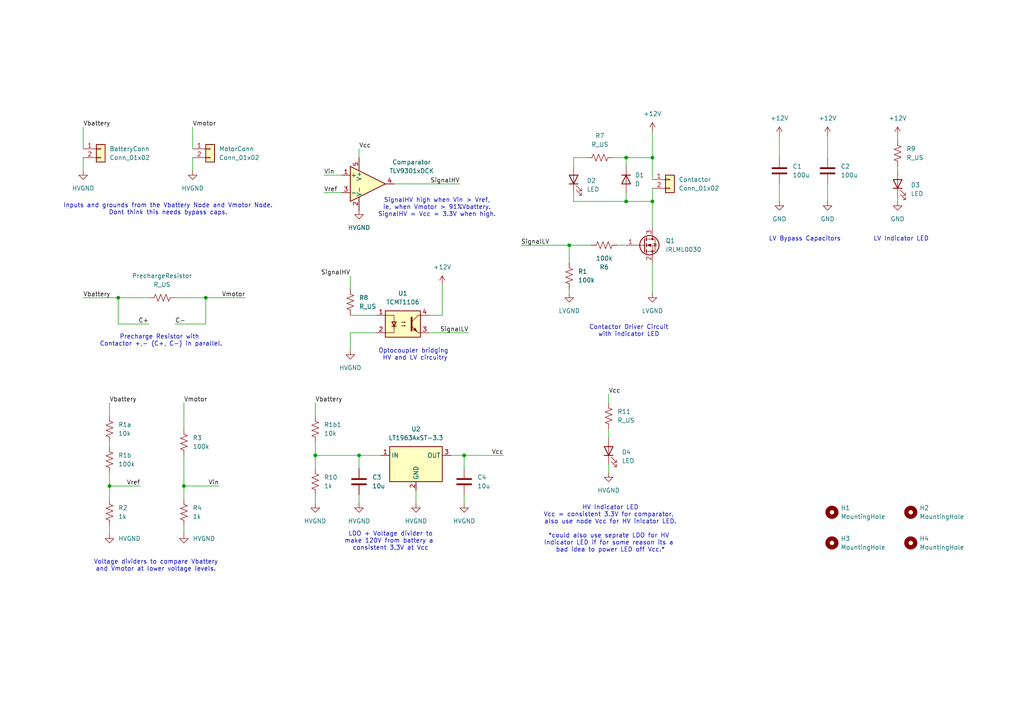
<source format=kicad_sch>
(kicad_sch (version 20231120) (generator "eeschema") (generator_version "8.0")
  (paper "A4")
  (lib_symbols
    (symbol "Amplifier_Operational:TLV9301xDCK" (pin_names (offset 0.127))
      (property "Reference" "U" (at 7.62 2.54 0))
      (property "Value" "TLV9301xDCK" (at 11.43 -2.54 0))
      (symbol "TLV9301xDCK_0_1"
        (polyline (pts (xy -2.54 5.08) (xy -2.54 -5.08) (xy 7.62 0) (xy -2.54 5.08)) (stroke (width 0.254)) (fill (type background)))
      )
      (symbol "TLV9301xDCK_1_1"
        (pin input line (at -5.08 2.54 0) (length 2.54) (name "+") (number "1"))
        (pin power_in line (at 0 -7.62 90) (length 3.81) (name "V-") (number "2"))
        (pin input line (at -5.08 -2.54 0) (length 2.54) (name "-") (number "3"))
        (pin output line (at 10.16 0 180) (length 2.54) (name "~") (number "4"))
        (pin power_in line (at 0 7.62 270) (length 3.81) (name "V+") (number "5"))
      )
    )
    (symbol "Connector_Generic:Conn_01x02" (pin_names (offset 1.016) hide)
      (property "Reference" "J" (at 0 2.54 0))
      (property "Value" "Conn_01x02" (at 0 -5.08 0))
      (symbol "Conn_01x02_1_1"
        (rectangle (start -1.27 -2.413) (end 0 -2.667) (stroke (width 0.1524)))
        (rectangle (start -1.27 0.127) (end 0 -0.127) (stroke (width 0.1524)))
        (rectangle (start -1.27 1.27) (end 1.27 -3.81) (stroke (width 0.254)) (fill (type background)))
        (pin passive line (at -5.08 0 0) (length 3.81) (name "Pin_1") (number "1"))
        (pin passive line (at -5.08 -2.54 0) (length 3.81) (name "Pin_2") (number "2"))
      )
    )
    (symbol "Device:C" (pin_numbers hide) (pin_names (offset 0.254))
      (property "Reference" "C" (at 0.635 2.54 0))
      (property "Value" "C" (at 0.635 -2.54 0))
      (symbol "C_0_1"
        (polyline (pts (xy -2.032 -0.762) (xy 2.032 -0.762)) (stroke (width 0.508)))
        (polyline (pts (xy -2.032 0.762) (xy 2.032 0.762)) (stroke (width 0.508)))
      )
      (symbol "C_1_1"
        (pin passive line (at 0 3.81 270) (length 2.794) (name "~") (number "1"))
        (pin passive line (at 0 -3.81 90) (length 2.794) (name "~") (number "2"))
      )
    )
    (symbol "Device:D" (pin_numbers hide) (pin_names (offset 1.016) hide)
      (property "Reference" "D" (at 0 2.54 0))
      (property "Value" "D" (at 0 -2.54 0))
      (symbol "D_0_1"
        (polyline (pts (xy -1.27 1.27) (xy -1.27 -1.27)) (stroke (width 0.254)))
        (polyline (pts (xy 1.27 0) (xy -1.27 0)))
        (polyline (pts (xy 1.27 1.27) (xy 1.27 -1.27) (xy -1.27 0) (xy 1.27 1.27)) (stroke (width 0.254)))
      )
      (symbol "D_1_1"
        (pin passive line (at -3.81 0 0) (length 2.54) (name "K") (number "1"))
        (pin passive line (at 3.81 0 180) (length 2.54) (name "A") (number "2"))
      )
    )
    (symbol "Device:LED" (pin_numbers hide) (pin_names (offset 1.016) hide)
      (property "Reference" "D" (at 0 2.54 0))
      (property "Value" "LED" (at 0 -2.54 0))
      (symbol "LED_0_1"
        (polyline (pts (xy -1.27 -1.27) (xy -1.27 1.27)) (stroke (width 0.254)))
        (polyline (pts (xy -1.27 0) (xy 1.27 0)))
        (polyline (pts (xy 1.27 -1.27) (xy 1.27 1.27) (xy -1.27 0) (xy 1.27 -1.27)) (stroke (width 0.254)))
        (polyline (pts (xy -3.048 -0.762) (xy -4.572 -2.286) (xy -3.81 -2.286) (xy -4.572 -2.286) (xy -4.572 -1.524)))
        (polyline (pts (xy -1.778 -0.762) (xy -3.302 -2.286) (xy -2.54 -2.286) (xy -3.302 -2.286) (xy -3.302 -1.524)))
      )
      (symbol "LED_1_1"
        (pin passive line (at -3.81 0 0) (length 2.54) (name "K") (number "1"))
        (pin passive line (at 3.81 0 180) (length 2.54) (name "A") (number "2"))
      )
    )
    (symbol "Device:R_US" (pin_numbers hide) (pin_names (offset 0))
      (property "Reference" "R" (at 2.54 0 90))
      (property "Value" "R_US" (at -2.54 0 90))
      (symbol "R_US_0_1"
        (polyline (pts (xy 0 -2.286) (xy 0 -2.54)))
        (polyline (pts (xy 0 2.286) (xy 0 2.54)))
        (polyline (pts (xy 0 -0.762) (xy 1.016 -1.143) (xy 0 -1.524) (xy -1.016 -1.905) (xy 0 -2.286)))
        (polyline (pts (xy 0 0.762) (xy 1.016 0.381) (xy 0 0) (xy -1.016 -0.381) (xy 0 -0.762)))
        (polyline (pts (xy 0 2.286) (xy 1.016 1.905) (xy 0 1.524) (xy -1.016 1.143) (xy 0 0.762)))
      )
      (symbol "R_US_1_1"
        (pin passive line (at 0 3.81 270) (length 1.27) (name "~") (number "1"))
        (pin passive line (at 0 -3.81 90) (length 1.27) (name "~") (number "2"))
      )
    )
    (symbol "Isolator:TCMT1106" (pin_names (offset 1.016))
      (property "Reference" "U" (at 0 5.08 0))
      (property "Value" "TCMT1106" (at 0 -5.08 0))
      (symbol "TCMT1106_1_1"
        (rectangle (start -5.08 3.81) (end 5.08 -3.81) (stroke (width 0.254)) (fill (type background)))
        (polyline (pts (xy -3.175 -0.635) (xy -1.905 -0.635)) (stroke (width 0.254)))
        (polyline (pts (xy 2.54 0.635) (xy 4.445 2.54)))
        (polyline (pts (xy 4.445 -2.54) (xy 2.54 -0.635)) (fill (type outline)))
        (polyline (pts (xy 4.445 -2.54) (xy 5.08 -2.54)))
        (polyline (pts (xy 4.445 2.54) (xy 5.08 2.54)))
        (polyline (pts (xy -2.54 -0.635) (xy -2.54 -2.54) (xy -5.08 -2.54)))
        (polyline (pts (xy 2.54 1.905) (xy 2.54 -1.905) (xy 2.54 -1.905)) (stroke (width 0.508)))
        (polyline (pts (xy -5.08 2.54) (xy -2.54 2.54) (xy -2.54 -1.27) (xy -2.54 0.635)))
        (polyline (pts (xy -2.54 -0.635) (xy -3.175 0.635) (xy -1.905 0.635) (xy -2.54 -0.635)) (stroke (width 0.254)))
        (polyline (pts (xy -0.508 -0.508) (xy 0.762 -0.508) (xy 0.381 -0.635) (xy 0.381 -0.381) (xy 0.762 -0.508)))
        (polyline (pts (xy -0.508 0.508) (xy 0.762 0.508) (xy 0.381 0.381) (xy 0.381 0.635) (xy 0.762 0.508)))
        (polyline (pts (xy 3.048 -1.651) (xy 3.556 -1.143) (xy 4.064 -2.159) (xy 3.048 -1.651) (xy 3.048 -1.651)) (fill (type outline)))
        (pin passive line (at -7.62 2.54 0) (length 2.54) (name "~") (number "1"))
        (pin passive line (at -7.62 -2.54 0) (length 2.54) (name "~") (number "2"))
        (pin passive line (at 7.62 -2.54 180) (length 2.54) (name "~") (number "3"))
        (pin passive line (at 7.62 2.54 180) (length 2.54) (name "~") (number "4"))
      )
    )
    (symbol "Mechanical:MountingHole" (pin_names (offset 1.016)) (exclude_from_sim yes) (in_bom no)
      (property "Reference" "H" (at 0 5.08 0))
      (property "Value" "MountingHole" (at 0 3.175 0))
      (symbol "MountingHole_0_1"
        (circle (center 0 0) (radius 1.27) (stroke (width 1.27)))
      )
    )
    (symbol "Regulator_Linear:LT1963AxST-3.3"
      (property "Reference" "U" (at -7.62 6.35 0))
      (property "Value" "LT1963AxST-3.3" (at -1.27 6.35 0))
      (symbol "LT1963AxST-3.3_0_1"
        (rectangle (start -7.62 5.08) (end 7.62 -5.08) (stroke (width 0.254)) (fill (type background)))
      )
      (symbol "LT1963AxST-3.3_1_1"
        (pin power_in line (at -10.16 2.54 0) (length 2.54) (name "IN") (number "1"))
        (pin power_in line (at 0 -7.62 90) (length 2.54) (name "GND") (number "2"))
        (pin power_out line (at 10.16 2.54 180) (length 2.54) (name "OUT") (number "3"))
      )
    )
    (symbol "Transistor_FET:IRLML0030" (pin_names hide)
      (property "Reference" "Q" (at 5.08 1.905 0))
      (property "Value" "IRLML0030" (at 5.08 0 0))
      (symbol "IRLML0030_0_1"
        (polyline (pts (xy 0.254 0) (xy -2.54 0)))
        (polyline (pts (xy 0.254 1.905) (xy 0.254 -1.905)) (stroke (width 0.254)))
        (polyline (pts (xy 0.762 -1.27) (xy 0.762 -2.286)) (stroke (width 0.254)))
        (polyline (pts (xy 0.762 0.508) (xy 0.762 -0.508)) (stroke (width 0.254)))
        (polyline (pts (xy 0.762 2.286) (xy 0.762 1.27)) (stroke (width 0.254)))
        (polyline (pts (xy 2.54 2.54) (xy 2.54 1.778)))
        (polyline (pts (xy 2.54 -2.54) (xy 2.54 0) (xy 0.762 0)))
        (polyline (pts (xy 0.762 -1.778) (xy 3.302 -1.778) (xy 3.302 1.778) (xy 0.762 1.778)))
        (polyline (pts (xy 1.016 0) (xy 2.032 0.381) (xy 2.032 -0.381) (xy 1.016 0)) (fill (type outline)))
        (polyline (pts (xy 2.794 0.508) (xy 2.921 0.381) (xy 3.683 0.381) (xy 3.81 0.254)))
        (polyline (pts (xy 3.302 0.381) (xy 2.921 -0.254) (xy 3.683 -0.254) (xy 3.302 0.381)))
        (circle (center 1.651 0) (radius 2.794) (stroke (width 0.254)))
        (circle (center 2.54 -1.778) (radius 0.254) (fill (type outline)))
        (circle (center 2.54 1.778) (radius 0.254) (fill (type outline)))
      )
      (symbol "IRLML0030_1_1"
        (pin input line (at -5.08 0 0) (length 2.54) (name "G") (number "1"))
        (pin passive line (at 2.54 -5.08 90) (length 2.54) (name "S") (number "2"))
        (pin passive line (at 2.54 5.08 270) (length 2.54) (name "D") (number "3"))
      )
    )
    (symbol "power:+12V" (power) (pin_numbers hide) (pin_names (offset 0) hide)
      (property "Value" "+12V" (at 0 3.556 0))
      (symbol "+12V_0_1"
        (polyline (pts (xy -0.762 1.27) (xy 0 2.54)))
        (polyline (pts (xy 0 0) (xy 0 2.54)))
        (polyline (pts (xy 0 2.54) (xy 0.762 1.27)))
      )
      (symbol "+12V_1_1"
        (pin power_in line (at 0 0 90) (length 0) (name "~") (number "1"))
      )
    )
    (symbol "power:GND" (power) (pin_numbers hide) (pin_names (offset 0) hide)
      (property "Value" "GND" (at 0 -3.81 0))
      (symbol "GND_0_1"
        (polyline (pts (xy 0 0) (xy 0 -1.27) (xy 1.27 -1.27) (xy 0 -2.54) (xy -1.27 -1.27) (xy 0 -1.27)))
      )
      (symbol "GND_1_1"
        (pin power_in line (at 0 0 270) (length 0) (name "~") (number "1"))
      )
    )
  )
  (junction (at 189.23 45.72))
  (junction (at 91.44 132.08))
  (junction (at 34.29 86.36))
  (junction (at 104.14 132.08))
  (junction (at 189.23 58.42))
  (junction (at 165.1 71.12))
  (junction (at 31.75 140.97))
  (junction (at 53.34 140.97))
  (junction (at 181.61 45.72))
  (junction (at 134.62 132.08))
  (junction (at 59.69 86.36))
  (junction (at 181.61 58.42))
  (wire (pts (xy 166.37 58.42) (xy 181.61 58.42)))
  (wire (pts (xy 104.14 132.08) (xy 110.49 132.08)))
  (wire (pts (xy 181.61 45.72) (xy 181.61 48.26)))
  (wire (pts (xy 55.88 36.83) (xy 55.88 43.18)))
  (wire (pts (xy 93.98 55.88) (xy 99.06 55.88)))
  (wire (pts (xy 93.98 50.8) (xy 99.06 50.8)))
  (wire (pts (xy 176.53 114.3) (xy 176.53 116.84)))
  (wire (pts (xy 101.6 96.52) (xy 109.22 96.52)))
  (wire (pts (xy 240.03 53.34) (xy 240.03 58.42)))
  (wire (pts (xy 260.35 39.37) (xy 260.35 40.64)))
  (wire (pts (xy 124.46 91.44) (xy 128.27 91.44)))
  (wire (pts (xy 260.35 48.26) (xy 260.35 49.53)))
  (wire (pts (xy 91.44 143.51) (xy 91.44 146.05)))
  (wire (pts (xy 59.69 86.36) (xy 71.12 86.36)))
  (wire (pts (xy 128.27 82.55) (xy 128.27 91.44)))
  (wire (pts (xy 189.23 76.2) (xy 189.23 85.09)))
  (wire (pts (xy 53.34 116.84) (xy 53.34 124.46)))
  (wire (pts (xy 151.13 71.12) (xy 165.1 71.12)))
  (wire (pts (xy 31.75 128.27) (xy 31.75 129.54)))
  (wire (pts (xy 34.29 86.36) (xy 43.18 86.36)))
  (wire (pts (xy 134.62 143.51) (xy 134.62 146.05)))
  (wire (pts (xy 226.06 39.37) (xy 226.06 45.72)))
  (wire (pts (xy 134.62 132.08) (xy 134.62 135.89)))
  (wire (pts (xy 50.8 86.36) (xy 59.69 86.36)))
  (wire (pts (xy 91.44 116.84) (xy 91.44 120.65)))
  (wire (pts (xy 53.34 132.08) (xy 53.34 140.97)))
  (wire (pts (xy 124.46 96.52) (xy 135.89 96.52)))
  (wire (pts (xy 189.23 45.72) (xy 189.23 52.07)))
  (wire (pts (xy 24.13 86.36) (xy 34.29 86.36)))
  (wire (pts (xy 179.07 71.12) (xy 181.61 71.12)))
  (wire (pts (xy 120.65 142.24) (xy 120.65 146.05)))
  (wire (pts (xy 91.44 128.27) (xy 91.44 132.08)))
  (wire (pts (xy 91.44 132.08) (xy 104.14 132.08)))
  (wire (pts (xy 226.06 53.34) (xy 226.06 58.42)))
  (wire (pts (xy 53.34 140.97) (xy 53.34 144.78)))
  (wire (pts (xy 31.75 140.97) (xy 31.75 144.78)))
  (wire (pts (xy 31.75 137.16) (xy 31.75 140.97)))
  (wire (pts (xy 176.53 124.46) (xy 176.53 127)))
  (wire (pts (xy 104.14 43.18) (xy 104.14 45.72)))
  (wire (pts (xy 31.75 140.97) (xy 40.64 140.97)))
  (wire (pts (xy 50.8 93.98) (xy 59.69 93.98)))
  (wire (pts (xy 176.53 134.62) (xy 176.53 137.16)))
  (wire (pts (xy 177.8 45.72) (xy 181.61 45.72)))
  (wire (pts (xy 189.23 54.61) (xy 189.23 58.42)))
  (wire (pts (xy 166.37 55.88) (xy 166.37 58.42)))
  (wire (pts (xy 31.75 116.84) (xy 31.75 120.65)))
  (wire (pts (xy 101.6 80.01) (xy 101.6 83.82)))
  (wire (pts (xy 24.13 36.83) (xy 24.13 43.18)))
  (wire (pts (xy 53.34 140.97) (xy 63.5 140.97)))
  (wire (pts (xy 34.29 93.98) (xy 43.18 93.98)))
  (wire (pts (xy 31.75 152.4) (xy 31.75 154.94)))
  (wire (pts (xy 165.1 71.12) (xy 171.45 71.12)))
  (wire (pts (xy 181.61 55.88) (xy 181.61 58.42)))
  (wire (pts (xy 109.22 91.44) (xy 101.6 91.44)))
  (wire (pts (xy 55.88 45.72) (xy 55.88 49.53)))
  (wire (pts (xy 166.37 48.26) (xy 166.37 45.72)))
  (wire (pts (xy 181.61 58.42) (xy 189.23 58.42)))
  (wire (pts (xy 240.03 39.37) (xy 240.03 45.72)))
  (wire (pts (xy 166.37 45.72) (xy 170.18 45.72)))
  (wire (pts (xy 165.1 83.82) (xy 165.1 85.09)))
  (wire (pts (xy 114.3 53.34) (xy 133.35 53.34)))
  (wire (pts (xy 189.23 45.72) (xy 181.61 45.72)))
  (wire (pts (xy 59.69 86.36) (xy 59.69 93.98)))
  (wire (pts (xy 260.35 57.15) (xy 260.35 58.42)))
  (wire (pts (xy 104.14 143.51) (xy 104.14 146.05)))
  (wire (pts (xy 24.13 45.72) (xy 24.13 49.53)))
  (wire (pts (xy 104.14 132.08) (xy 104.14 135.89)))
  (wire (pts (xy 130.81 132.08) (xy 134.62 132.08)))
  (wire (pts (xy 91.44 132.08) (xy 91.44 135.89)))
  (wire (pts (xy 165.1 76.2) (xy 165.1 71.12)))
  (wire (pts (xy 189.23 58.42) (xy 189.23 66.04)))
  (wire (pts (xy 53.34 152.4) (xy 53.34 154.94)))
  (wire (pts (xy 134.62 132.08) (xy 146.05 132.08)))
  (wire (pts (xy 34.29 86.36) (xy 34.29 93.98)))
  (wire (pts (xy 189.23 38.1) (xy 189.23 45.72)))
  (wire (pts (xy 101.6 96.52) (xy 101.6 101.6)))
  (text "SignalHV high when Vin > Vref,\nie, when Vmotor > 91%Vbattery.\nSignalHV = Vcc = 3.3V when high." (at 126.746 60.198 0) (effects (font (size 1.27 1.27))))
  (text "HV Indicator LED\nVcc = consistent 3.3V for comparator, \nalso use node Vcc for HV inicator LED.\n\n*could also use seprate LDO for HV \nIndicator LED if for some reason its a \nbad idea to power LED off Vcc.*" (at 177.038 153.416 0) (effects (font (size 1.27 1.27))))
  (text "LDO + Voltage divider to\nmake 120V from battery a \nconsistent 3.3V at Vcc" (at 113.284 156.972 0) (effects (font (size 1.27 1.27))))
  (text "LV Indicator LED" (at 261.366 69.342 0) (effects (font (size 1.27 1.27))))
  (text "Contactor Driver Circuit\nwith indicator LED" (at 182.372 96.012 0) (effects (font (size 1.27 1.27))))
  (text "Optocoupler bridging \nHV and LV circuitry" (at 120.396 102.87 0) (effects (font (size 1.27 1.27))))
  (text "Inputs and grounds from the Vbattery Node and Vmotor Node.\nDont think this needs bypass caps." (at 48.768 60.706 0) (effects (font (size 1.27 1.27))))
  (text "LV Bypass Capacitors" (at 233.426 69.342 0) (effects (font (size 1.27 1.27))))
  (text "Precharge Resistor with \nContactor +,- (C+, C-) in parallel.\n" (at 46.736 98.806 0) (effects (font (size 1.27 1.27))))
  (text "Voltage dividers to compare Vbattery\nand Vmotor at lower voltage levels." (at 45.212 164.084 0) (effects (font (size 1.27 1.27))))
  (label "SignalHV" (at 133.35 53.34 180))
  (label "Vmotor" (at 53.34 116.84 0))
  (label "Vbattery" (at 24.13 36.83 0))
  (label "Vin" (at 93.98 50.8 0))
  (label "Vcc" (at 176.53 114.3 0))
  (label "Vcc" (at 146.05 132.08 180))
  (label "Vin" (at 63.5 140.97 180))
  (label "Vmotor" (at 71.12 86.36 180))
  (label "Vref" (at 93.98 55.88 0))
  (label "Vbattery" (at 31.75 116.84 0))
  (label "Vbattery" (at 91.44 116.84 0))
  (label "SignalLV" (at 151.13 71.12 0))
  (label "Vcc" (at 104.14 43.18 0))
  (label "C-" (at 50.8 93.98 0))
  (label "Vbattery" (at 24.13 86.36 0))
  (label "Vmotor" (at 55.88 36.83 0))
  (label "SignalLV" (at 135.89 96.52 180))
  (label "SignalHV" (at 101.6 80.01 180))
  (label "Vref" (at 40.64 140.97 180))
  (label "C+" (at 43.18 93.98 180))
  (symbol (lib_id "power:+12V") (at 240.03 39.37 0) (unit 1)
    (property "Reference" "#PWR011" (effects (hide yes)))
    (property "Value" "+12V" (at 240.03 34.29 0))
    (property "Description" "Power symbol creates a global label with name \"+12V\"" (effects (hide yes)))
  )
  (symbol (lib_id "Transistor_FET:IRLML0030") (at 186.69 71.12 0) (unit 1)
    (property "Reference" "Q1" (at 193.04 69.8499 0) (effects (justify left)))
    (property "Value" "IRLML0030" (at 193.04 72.3899 0) (effects (justify left)))
    (property "Footprint" "Package_TO_SOT_SMD:SOT-23" (effects (hide yes)))
    (property "Datasheet" "https://www.infineon.com/dgdl/irlml0030pbf.pdf?fileId=5546d462533600a401535664773825df" (effects (hide yes)))
    (property "Description" "5.3A Id, 30V Vds, 27mOhm Rds, N-Channel HEXFET Power MOSFET, SOT-23" (effects (hide yes)))
  )
  (symbol (lib_id "Device:C") (at 240.03 49.53 0) (unit 1)
    (property "Reference" "C2" (at 243.84 48.2599 0) (effects (justify left)))
    (property "Value" "100u" (at 243.84 50.7999 0) (effects (justify left)))
    (property "Description" "Unpolarized capacitor" (effects (hide yes)))
  )
  (symbol (lib_id "power:GND") (at 55.88 49.53 0) (unit 1)
    (property "Reference" "#PWR021" (effects (hide yes)))
    (property "Value" "HVGND" (at 55.88 54.61 0))
    (property "Description" "Power symbol creates a global label with name \"GND\" , ground" (effects (hide yes)))
  )
  (symbol (lib_id "Mechanical:MountingHole") (at 264.16 157.48 0) (unit 1) (exclude_from_sim yes) (in_bom no)
    (property "Reference" "H4" (at 266.7 156.2099 0) (effects (justify left)))
    (property "Value" "MountingHole" (at 266.7 158.7499 0) (effects (justify left)))
    (property "Description" "Mounting Hole without connection" (effects (hide yes)))
  )
  (symbol (lib_id "power:+12V") (at 189.23 38.1 0) (unit 1)
    (property "Reference" "#PWR07" (effects (hide yes)))
    (property "Value" "+12V" (at 189.23 33.02 0))
    (property "Description" "Power symbol creates a global label with name \"+12V\"" (effects (hide yes)))
  )
  (symbol (lib_id "power:GND") (at 120.65 146.05 0) (unit 1)
    (property "Reference" "#PWR04" (effects (hide yes)))
    (property "Value" "HVGND" (at 120.65 151.13 0))
    (property "Description" "Power symbol creates a global label with name \"GND\" , ground" (effects (hide yes)))
  )
  (symbol (lib_id "power:GND") (at 91.44 146.05 0) (unit 1)
    (property "Reference" "#PWR016" (effects (hide yes)))
    (property "Value" "HVGND" (at 88.138 151.13 0) (effects (justify left)))
    (property "Description" "Power symbol creates a global label with name \"GND\" , ground" (effects (hide yes)))
  )
  (symbol (lib_id "power:GND") (at 240.03 58.42 0) (unit 1)
    (property "Reference" "#PWR013" (effects (hide yes)))
    (property "Value" "GND" (at 240.03 63.5 0))
    (property "Description" "Power symbol creates a global label with name \"GND\" , ground" (effects (hide yes)))
  )
  (symbol (lib_id "power:GND") (at 176.53 137.16 0) (unit 1)
    (property "Reference" "#PWR019" (effects (hide yes)))
    (property "Value" "HVGND" (at 176.53 142.24 0))
    (property "Description" "Power symbol creates a global label with name \"GND\" , ground" (effects (hide yes)))
  )
  (symbol (lib_id "Regulator_Linear:LT1963AxST-3.3") (at 120.65 134.62 0) (unit 1)
    (property "Reference" "U2" (at 120.65 124.46 0))
    (property "Value" "LT1963AxST-3.3" (at 120.65 127 0))
    (property "Footprint" "Package_TO_SOT_SMD:SOT-223-3_TabPin2" (effects (hide yes)))
    (property "Datasheet" "https://www.analog.com/media/en/technical-documentation/data-sheets/1963aff.pdf" (effects (hide yes)))
    (property "Description" "3.3V, 1.5A, Low Noise, Fast Transient Response LDO Regulator, SOT-223" (effects (hide yes)))
  )
  (symbol (lib_id "Mechanical:MountingHole") (at 241.3 148.59 0) (unit 1) (exclude_from_sim yes) (in_bom no)
    (property "Reference" "H1" (at 243.84 147.3199 0) (effects (justify left)))
    (property "Value" "MountingHole" (at 243.84 149.8599 0) (effects (justify left)))
    (property "Description" "Mounting Hole without connection" (effects (hide yes)))
  )
  (symbol (lib_id "power:GND") (at 134.62 146.05 0) (unit 1)
    (property "Reference" "#PWR017" (effects (hide yes)))
    (property "Value" "HVGND" (at 134.62 151.13 0))
    (property "Description" "Power symbol creates a global label with name \"GND\" , ground" (effects (hide yes)))
  )
  (symbol (lib_id "power:+12V") (at 226.06 39.37 0) (unit 1)
    (property "Reference" "#PWR010" (effects (hide yes)))
    (property "Value" "+12V" (at 226.06 34.29 0))
    (property "Description" "Power symbol creates a global label with name \"+12V\"" (effects (hide yes)))
  )
  (symbol (lib_id "Device:R_US") (at 31.75 133.35 0) (unit 1)
    (property "Reference" "R1b" (at 34.29 132.0799 0) (effects (justify left)))
    (property "Value" "100k" (at 34.29 134.6199 0) (effects (justify left)))
    (property "Description" "Resistor, US symbol" (effects (hide yes)))
  )
  (symbol (lib_id "Device:R_US") (at 46.99 86.36 90) (unit 1)
    (property "Reference" "PrechargeResistor" (at 46.99 80.01 90))
    (property "Value" "R_US" (at 46.99 82.55 90))
    (property "Description" "Resistor, US symbol" (effects (hide yes)))
  )
  (symbol (lib_id "power:GND") (at 104.14 60.96 0) (unit 1)
    (property "Reference" "#PWR03" (effects (hide yes)))
    (property "Value" "HVGND" (at 104.14 66.04 0))
    (property "Description" "Power symbol creates a global label with name \"GND\" , ground" (effects (hide yes)))
  )
  (symbol (lib_id "power:GND") (at 101.6 101.6 0) (unit 1)
    (property "Reference" "#PWR08" (effects (hide yes)))
    (property "Value" "HVGND" (at 101.6 106.68 0))
    (property "Description" "Power symbol creates a global label with name \"GND\" , ground" (effects (hide yes)))
  )
  (symbol (lib_id "Device:R_US") (at 53.34 148.59 0) (unit 1)
    (property "Reference" "R4" (at 55.88 147.3199 0) (effects (justify left)))
    (property "Value" "1k" (at 55.88 149.8599 0) (effects (justify left)))
    (property "Description" "Resistor, US symbol" (effects (hide yes)))
  )
  (symbol (lib_id "Device:R_US") (at 53.34 128.27 0) (unit 1)
    (property "Reference" "R3" (at 55.88 126.9999 0) (effects (justify left)))
    (property "Value" "100k" (at 55.88 129.5399 0) (effects (justify left)))
    (property "Description" "Resistor, US symbol" (effects (hide yes)))
  )
  (symbol (lib_id "power:GND") (at 260.35 58.42 0) (unit 1)
    (property "Reference" "#PWR015" (effects (hide yes)))
    (property "Value" "GND" (at 260.35 63.5 0))
    (property "Description" "Power symbol creates a global label with name \"GND\" , ground" (effects (hide yes)))
  )
  (symbol (lib_id "Device:D") (at 181.61 52.07 270) (unit 1)
    (property "Reference" "D1" (at 184.15 50.7999 90) (effects (justify left)))
    (property "Value" "D" (at 184.15 53.3399 90) (effects (justify left)))
    (property "Description" "Diode" (effects (hide yes)))
    (property "Sim.Device" "D" (effects (hide yes)))
    (property "Sim.Pins" "1=K 2=A" (effects (hide yes)))
  )
  (symbol (lib_id "Connector_Generic:Conn_01x02") (at 194.31 52.07 0) (unit 1)
    (property "Reference" "Contactor" (at 196.85 52.0699 0) (effects (justify left)))
    (property "Value" "Conn_01x02" (at 196.85 54.6099 0) (effects (justify left)))
    (property "Description" "Generic connector, single row, 01x02, script generated (kicad-library-utils/schlib/autogen/connector/)" (effects (hide yes)))
  )
  (symbol (lib_id "Connector_Generic:Conn_01x02") (at 60.96 43.18 0) (unit 1)
    (property "Reference" "MotorConn" (at 63.5 43.1799 0) (effects (justify left)))
    (property "Value" "Conn_01x02" (at 63.5 45.7199 0) (effects (justify left)))
    (property "Description" "Generic connector, single row, 01x02, script generated (kicad-library-utils/schlib/autogen/connector/)" (effects (hide yes)))
  )
  (symbol (lib_id "Device:R_US") (at 165.1 80.01 0) (unit 1)
    (property "Reference" "R1" (at 167.64 78.7399 0) (effects (justify left)))
    (property "Value" "100k" (at 167.64 81.2799 0) (effects (justify left)))
    (property "Description" "Resistor, US symbol" (effects (hide yes)))
  )
  (symbol (lib_id "Amplifier_Operational:TLV9301xDCK") (at 104.14 53.34 0) (unit 1)
    (property "Reference" "Comparator" (at 119.38 47.0214 0))
    (property "Value" "TLV9301xDCK" (at 119.38 49.5614 0))
    (property "Footprint" "Package_TO_SOT_SMD:SOT-353_SC-70-5" (effects (hide yes)))
    (property "Datasheet" "https://www.ti.com/lit/ds/symlink/tlv9301.pdf" (effects (hide yes)))
    (property "Description" "40-V, 1-MHz, RRO Operational Amplifiers for Cost-Sensitive Systems, SC-70" (effects (hide yes)))
  )
  (symbol (lib_id "Device:R_US") (at 31.75 124.46 0) (unit 1)
    (property "Reference" "R1a" (at 34.29 123.1899 0) (effects (justify left)))
    (property "Value" "10k" (at 34.29 125.7299 0) (effects (justify left)))
    (property "Description" "Resistor, US symbol" (effects (hide yes)))
  )
  (symbol (lib_id "Mechanical:MountingHole") (at 241.3 157.48 0) (unit 1) (exclude_from_sim yes) (in_bom no)
    (property "Reference" "H3" (at 243.84 156.2099 0) (effects (justify left)))
    (property "Value" "MountingHole" (at 243.84 158.7499 0) (effects (justify left)))
    (property "Description" "Mounting Hole without connection" (effects (hide yes)))
  )
  (symbol (lib_id "Mechanical:MountingHole") (at 264.16 148.59 0) (unit 1) (exclude_from_sim yes) (in_bom no)
    (property "Reference" "H2" (at 266.7 147.3199 0) (effects (justify left)))
    (property "Value" "MountingHole" (at 266.7 149.8599 0) (effects (justify left)))
    (property "Description" "Mounting Hole without connection" (effects (hide yes)))
  )
  (symbol (lib_id "power:GND") (at 24.13 49.53 0) (unit 1)
    (property "Reference" "#PWR020" (effects (hide yes)))
    (property "Value" "HVGND" (at 24.13 54.61 0))
    (property "Description" "Power symbol creates a global label with name \"GND\" , ground" (effects (hide yes)))
  )
  (symbol (lib_id "Device:R_US") (at 260.35 44.45 0) (unit 1)
    (property "Reference" "R9" (at 262.89 43.1799 0) (effects (justify left)))
    (property "Value" "R_US" (at 262.89 45.7199 0) (effects (justify left)))
    (property "Description" "Resistor, US symbol" (effects (hide yes)))
  )
  (symbol (lib_id "Device:R_US") (at 91.44 124.46 0) (unit 1)
    (property "Reference" "R1b1" (at 93.98 123.1899 0) (effects (justify left)))
    (property "Value" "10k" (at 93.98 125.7299 0) (effects (justify left)))
    (property "Description" "Resistor, US symbol" (effects (hide yes)))
  )
  (symbol (lib_id "Device:LED") (at 176.53 130.81 90) (unit 1)
    (property "Reference" "D4" (at 180.34 131.1274 90) (effects (justify right)))
    (property "Value" "LED" (at 180.34 133.6674 90) (effects (justify right)))
    (property "Description" "Light emitting diode" (effects (hide yes)))
  )
  (symbol (lib_id "Device:R_US") (at 91.44 139.7 0) (unit 1)
    (property "Reference" "R10" (at 93.98 138.4299 0) (effects (justify left)))
    (property "Value" "1k" (at 93.98 140.9699 0) (effects (justify left)))
    (property "Description" "Resistor, US symbol" (effects (hide yes)))
  )
  (symbol (lib_id "power:GND") (at 104.14 146.05 0) (unit 1)
    (property "Reference" "#PWR018" (effects (hide yes)))
    (property "Value" "HVGND" (at 104.14 151.13 0))
    (property "Description" "Power symbol creates a global label with name \"GND\" , ground" (effects (hide yes)))
  )
  (symbol (lib_id "Connector_Generic:Conn_01x02") (at 29.21 43.18 0) (unit 1)
    (property "Reference" "BatteryConn" (at 31.75 43.1799 0) (effects (justify left)))
    (property "Value" "Conn_01x02" (at 31.75 45.7199 0) (effects (justify left)))
    (property "Description" "Generic connector, single row, 01x02, script generated (kicad-library-utils/schlib/autogen/connector/)" (effects (hide yes)))
  )
  (symbol (lib_id "power:GND") (at 31.75 154.94 0) (unit 1)
    (property "Reference" "#PWR01" (effects (hide yes)))
    (property "Value" "HVGND" (at 34.29 156.2099 0) (effects (justify left)))
    (property "Description" "Power symbol creates a global label with name \"GND\" , ground" (effects (hide yes)))
  )
  (symbol (lib_id "Device:C") (at 134.62 139.7 0) (unit 1)
    (property "Reference" "C4" (at 138.43 138.4299 0) (effects (justify left)))
    (property "Value" "10u" (at 138.43 140.9699 0) (effects (justify left)))
    (property "Description" "Unpolarized capacitor" (effects (hide yes)))
  )
  (symbol (lib_id "Device:R_US") (at 176.53 120.65 0) (unit 1)
    (property "Reference" "R11" (at 179.07 119.3799 0) (effects (justify left)))
    (property "Value" "R_US" (at 179.07 121.9199 0) (effects (justify left)))
    (property "Description" "Resistor, US symbol" (effects (hide yes)))
  )
  (symbol (lib_id "Device:LED") (at 166.37 52.07 90) (unit 1)
    (property "Reference" "D2" (at 170.18 52.3874 90) (effects (justify right)))
    (property "Value" "LED" (at 170.18 54.9274 90) (effects (justify right)))
    (property "Description" "Light emitting diode" (effects (hide yes)))
  )
  (symbol (lib_id "power:GND") (at 189.23 85.09 0) (unit 1)
    (property "Reference" "#PWR06" (effects (hide yes)))
    (property "Value" "LVGND" (at 189.23 90.17 0))
    (property "Description" "Power symbol creates a global label with name \"GND\" , ground" (effects (hide yes)))
  )
  (symbol (lib_id "power:+12V") (at 260.35 39.37 0) (unit 1)
    (property "Reference" "#PWR014" (effects (hide yes)))
    (property "Value" "+12V" (at 260.35 34.29 0))
    (property "Description" "Power symbol creates a global label with name \"+12V\"" (effects (hide yes)))
  )
  (symbol (lib_id "Device:R_US") (at 31.75 148.59 0) (unit 1)
    (property "Reference" "R2" (at 34.29 147.3199 0) (effects (justify left)))
    (property "Value" "1k" (at 34.29 149.8599 0) (effects (justify left)))
    (property "Description" "Resistor, US symbol" (effects (hide yes)))
  )
  (symbol (lib_id "Device:C") (at 226.06 49.53 0) (unit 1)
    (property "Reference" "C1" (at 229.87 48.2599 0) (effects (justify left)))
    (property "Value" "100u" (at 229.87 50.7999 0) (effects (justify left)))
    (property "Description" "Unpolarized capacitor" (effects (hide yes)))
  )
  (symbol (lib_id "power:GND") (at 226.06 58.42 0) (unit 1)
    (property "Reference" "#PWR012" (effects (hide yes)))
    (property "Value" "GND" (at 226.06 63.5 0))
    (property "Description" "Power symbol creates a global label with name \"GND\" , ground" (effects (hide yes)))
  )
  (symbol (lib_id "power:GND") (at 165.1 85.09 0) (unit 1)
    (property "Reference" "#PWR05" (effects (hide yes)))
    (property "Value" "LVGND" (at 165.1 90.17 0))
    (property "Description" "Power symbol creates a global label with name \"GND\" , ground" (effects (hide yes)))
  )
  (symbol (lib_id "Isolator:TCMT1106") (at 116.84 93.98 0) (unit 1)
    (property "Reference" "U1" (at 116.84 85.09 0))
    (property "Value" "TCMT1106" (at 116.84 87.63 0))
    (property "Footprint" "Package_SO:SOP-4_4.4x2.6mm_P1.27mm" (effects (hide yes)))
    (property "Datasheet" "http://www.vishay.com/docs/83510/tcmt1100.pdf" (effects (hide yes)))
    (property "Description" "Optocoupler, Vce 70V, CTR 100-300%, Viso 3750V (RMS), SOP-4" (effects (hide yes)))
  )
  (symbol (lib_id "power:+12V") (at 128.27 82.55 0) (unit 1)
    (property "Reference" "#PWR09" (effects (hide yes)))
    (property "Value" "+12V" (at 128.27 77.47 0))
    (property "Description" "Power symbol creates a global label with name \"+12V\"" (effects (hide yes)))
  )
  (symbol (lib_id "Device:R_US") (at 173.99 45.72 90) (unit 1)
    (property "Reference" "R7" (at 173.99 39.37 90))
    (property "Value" "R_US" (at 173.99 41.91 90))
    (property "Description" "Resistor, US symbol" (effects (hide yes)))
  )
  (symbol (lib_id "Device:LED") (at 260.35 53.34 90) (unit 1)
    (property "Reference" "D3" (at 264.16 53.6574 90) (effects (justify right)))
    (property "Value" "LED" (at 264.16 56.1974 90) (effects (justify right)))
    (property "Description" "Light emitting diode" (effects (hide yes)))
  )
  (symbol (lib_id "Device:C") (at 104.14 139.7 0) (unit 1)
    (property "Reference" "C3" (at 107.95 138.4299 0) (effects (justify left)))
    (property "Value" "10u" (at 107.95 140.9699 0) (effects (justify left)))
    (property "Description" "Unpolarized capacitor" (effects (hide yes)))
  )
  (symbol (lib_id "power:GND") (at 53.34 154.94 0) (unit 1)
    (property "Reference" "#PWR02" (effects (hide yes)))
    (property "Value" "HVGND" (at 55.88 156.2099 0) (effects (justify left)))
    (property "Description" "Power symbol creates a global label with name \"GND\" , ground" (effects (hide yes)))
  )
  (symbol (lib_id "Device:R_US") (at 175.26 71.12 270) (unit 1)
    (property "Reference" "R6" (at 175.26 77.47 90))
    (property "Value" "100k" (at 175.26 74.93 90))
    (property "Description" "Resistor, US symbol" (effects (hide yes)))
  )
  (symbol (lib_id "Device:R_US") (at 101.6 87.63 0) (unit 1)
    (property "Reference" "R8" (at 104.14 86.3599 0) (effects (justify left)))
    (property "Value" "R_US" (at 104.14 88.8999 0) (effects (justify left)))
    (property "Description" "Resistor, US symbol" (effects (hide yes)))
  )
)
</source>
